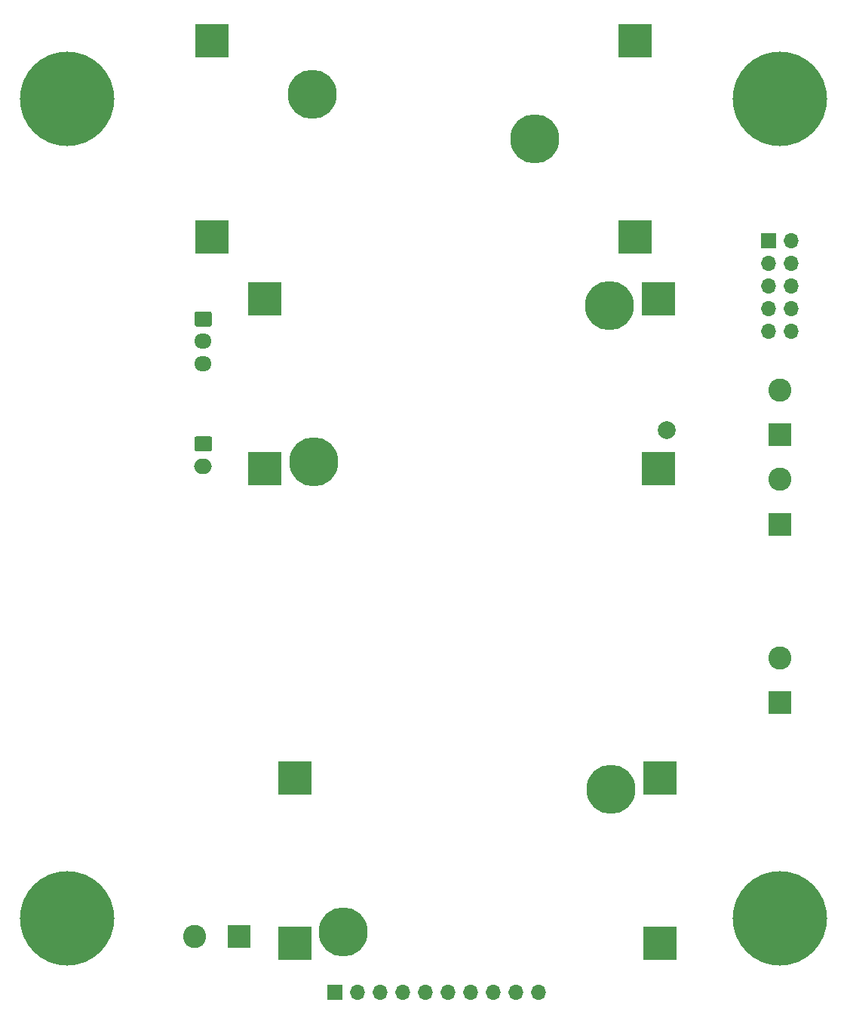
<source format=gts>
G04 #@! TF.GenerationSoftware,KiCad,Pcbnew,5.1.10*
G04 #@! TF.CreationDate,2021-06-29T02:57:08-05:00*
G04 #@! TF.ProjectId,Power Board,506f7765-7220-4426-9f61-72642e6b6963,rev?*
G04 #@! TF.SameCoordinates,Original*
G04 #@! TF.FileFunction,Soldermask,Top*
G04 #@! TF.FilePolarity,Negative*
%FSLAX46Y46*%
G04 Gerber Fmt 4.6, Leading zero omitted, Abs format (unit mm)*
G04 Created by KiCad (PCBNEW 5.1.10) date 2021-06-29 02:57:08*
%MOMM*%
%LPD*%
G01*
G04 APERTURE LIST*
%ADD10O,1.700000X1.700000*%
%ADD11R,1.700000X1.700000*%
%ADD12O,1.950000X1.700000*%
%ADD13C,5.500000*%
%ADD14R,3.750000X3.750000*%
%ADD15C,2.600000*%
%ADD16R,2.600000X2.600000*%
%ADD17C,2.000000*%
%ADD18O,2.000000X1.700000*%
%ADD19C,10.600000*%
%ADD20C,0.900000*%
G04 APERTURE END LIST*
D10*
X80360000Y-126250000D03*
X77820000Y-126250000D03*
X75280000Y-126250000D03*
X72740000Y-126250000D03*
X70200000Y-126250000D03*
X67660000Y-126250000D03*
X65120000Y-126250000D03*
X62580000Y-126250000D03*
X60040000Y-126250000D03*
D11*
X57500000Y-126250000D03*
D10*
X108790000Y-52120000D03*
X106250000Y-52120000D03*
X108790000Y-49580000D03*
X106250000Y-49580000D03*
X108790000Y-47040000D03*
X106250000Y-47040000D03*
X108790000Y-44500000D03*
X106250000Y-44500000D03*
X108790000Y-41960000D03*
D11*
X106250000Y-41960000D03*
D12*
X42750000Y-55750000D03*
X42750000Y-53250000D03*
G36*
G01*
X42025000Y-49900000D02*
X43475000Y-49900000D01*
G75*
G02*
X43725000Y-50150000I0J-250000D01*
G01*
X43725000Y-51350000D01*
G75*
G02*
X43475000Y-51600000I-250000J0D01*
G01*
X42025000Y-51600000D01*
G75*
G02*
X41775000Y-51350000I0J250000D01*
G01*
X41775000Y-50150000D01*
G75*
G02*
X42025000Y-49900000I250000J0D01*
G01*
G37*
D13*
X80000000Y-30500000D03*
X55000000Y-25500000D03*
D14*
X91250000Y-41500000D03*
X91250000Y-19500000D03*
X43750000Y-41500000D03*
X43750000Y-19500000D03*
D15*
X41750000Y-120000000D03*
D16*
X46750000Y-120000000D03*
D14*
X53000000Y-120750000D03*
X53000000Y-102250000D03*
X94000000Y-120750000D03*
X94000000Y-102250000D03*
D13*
X88500000Y-103500000D03*
X58500000Y-119500000D03*
D14*
X93850000Y-48500000D03*
X93850000Y-67500000D03*
X49650000Y-48500000D03*
X49650000Y-67500000D03*
D13*
X55150000Y-66750000D03*
X88350000Y-49250000D03*
D17*
X94750000Y-63200000D03*
D15*
X107500000Y-58750000D03*
D16*
X107500000Y-63750000D03*
D15*
X107500000Y-68750000D03*
D16*
X107500000Y-73750000D03*
D18*
X42750000Y-67250000D03*
G36*
G01*
X42000000Y-63900000D02*
X43500000Y-63900000D01*
G75*
G02*
X43750000Y-64150000I0J-250000D01*
G01*
X43750000Y-65350000D01*
G75*
G02*
X43500000Y-65600000I-250000J0D01*
G01*
X42000000Y-65600000D01*
G75*
G02*
X41750000Y-65350000I0J250000D01*
G01*
X41750000Y-64150000D01*
G75*
G02*
X42000000Y-63900000I250000J0D01*
G01*
G37*
D15*
X107500000Y-88750000D03*
D16*
X107500000Y-93750000D03*
D19*
X107500000Y-118000000D03*
D20*
X111475000Y-118000000D03*
X110310749Y-120810749D03*
X107500000Y-121975000D03*
X104689251Y-120810749D03*
X103525000Y-118000000D03*
X104689251Y-115189251D03*
X107500000Y-114025000D03*
X110310749Y-115189251D03*
D19*
X107500000Y-26000000D03*
D20*
X111475000Y-26000000D03*
X110310749Y-28810749D03*
X107500000Y-29975000D03*
X104689251Y-28810749D03*
X103525000Y-26000000D03*
X104689251Y-23189251D03*
X107500000Y-22025000D03*
X110310749Y-23189251D03*
D19*
X27500000Y-118000000D03*
D20*
X31475000Y-118000000D03*
X30310749Y-120810749D03*
X27500000Y-121975000D03*
X24689251Y-120810749D03*
X23525000Y-118000000D03*
X24689251Y-115189251D03*
X27500000Y-114025000D03*
X30310749Y-115189251D03*
D19*
X27500000Y-26000000D03*
D20*
X31475000Y-26000000D03*
X30310749Y-28810749D03*
X27500000Y-29975000D03*
X24689251Y-28810749D03*
X23525000Y-26000000D03*
X24689251Y-23189251D03*
X27500000Y-22025000D03*
X30310749Y-23189251D03*
M02*

</source>
